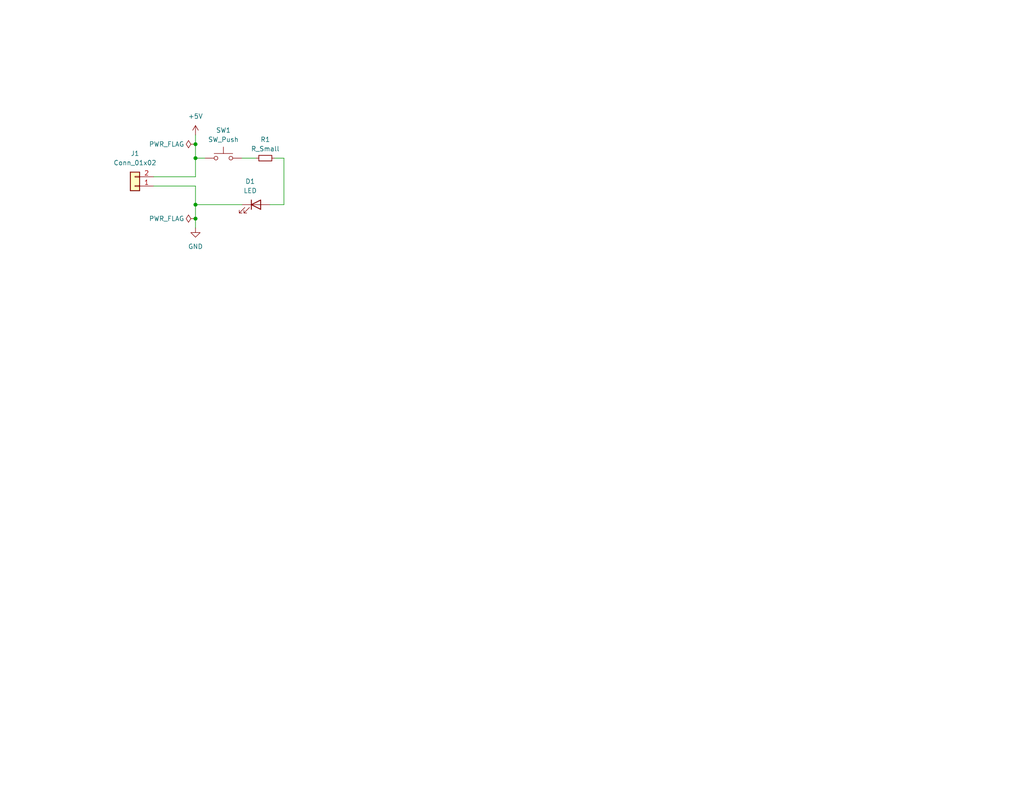
<source format=kicad_sch>
(kicad_sch (version 20231120) (generator "eeschema") (generator_version "8.0")
  (paper "USLetter")
  (title_block (title "Template") (date "2022-08-16") (rev "0.0") (company "Illini Solar Car") (comment 1 "Designed By: Skyler"))
  (lib_symbols
    (symbol "Connector_Generic:Conn_01x02" (pin_names (offset 1.016) hide)
      (property "Reference" "J" (at 0 2.54 0))
      (property "Value" "Conn_01x02" (at 0 -5.08 0))
      (symbol "Conn_01x02_1_1"
        (rectangle (start -1.27 -2.413) (end 0 -2.667) (stroke (width 0.1524)))
        (rectangle (start -1.27 0.127) (end 0 -0.127) (stroke (width 0.1524)))
        (rectangle (start -1.27 1.27) (end 1.27 -3.81) (stroke (width 0.254)) (fill (type background)))
        (pin passive line (at -5.08 0 0) (length 3.81) (name "Pin_1") (number "1"))
        (pin passive line (at -5.08 -2.54 0) (length 3.81) (name "Pin_2") (number "2"))
      )
    )
    (symbol "Switch:SW_Push" (pin_numbers hide) (pin_names (offset 1.016) hide)
      (property "Reference" "SW" (at 1.27 2.54 0))
      (property "Value" "SW_Push" (at 0 -1.524 0))
      (symbol "SW_Push_0_1"
        (circle (center -2.032 0) (radius 0.508))
        (polyline (pts (xy 0 1.27) (xy 0 3.048)))
        (polyline (pts (xy 2.54 1.27) (xy -2.54 1.27)))
        (circle (center 2.032 0) (radius 0.508))
        (pin passive line (at -5.08 0 0) (length 2.54) (name "1") (number "1"))
        (pin passive line (at 5.08 0 180) (length 2.54) (name "2") (number "2"))
      )
    )
    (symbol "device:LED" (pin_numbers hide) (pin_names (offset 1.016) hide)
      (property "Reference" "D" (at 0 2.54 0))
      (property "Value" "LED" (at 0 -2.54 0))
      (symbol "LED_0_1"
        (polyline (pts (xy -1.27 -1.27) (xy -1.27 1.27)) (stroke (width 0.254)))
        (polyline (pts (xy -1.27 0) (xy 1.27 0)))
        (polyline (pts (xy 1.27 -1.27) (xy 1.27 1.27) (xy -1.27 0) (xy 1.27 -1.27)) (stroke (width 0.254)))
        (polyline (pts (xy -3.048 -0.762) (xy -4.572 -2.286) (xy -3.81 -2.286) (xy -4.572 -2.286) (xy -4.572 -1.524)))
        (polyline (pts (xy -1.778 -0.762) (xy -3.302 -2.286) (xy -2.54 -2.286) (xy -3.302 -2.286) (xy -3.302 -1.524)))
      )
      (symbol "LED_1_1"
        (pin passive line (at -3.81 0 0) (length 2.54) (name "K") (number "1"))
        (pin passive line (at 3.81 0 180) (length 2.54) (name "A") (number "2"))
      )
    )
    (symbol "device:R_Small" (pin_numbers hide) (pin_names (offset 0.254) hide)
      (property "Reference" "R" (at 0.762 0.508 0))
      (property "Value" "R_Small" (at 0.762 -1.016 0))
      (symbol "R_Small_0_1"
        (rectangle (start -0.762 1.778) (end 0.762 -1.778) (stroke (width 0.2032)))
      )
      (symbol "R_Small_1_1"
        (pin passive line (at 0 2.54 270) (length 0.762) (name "~") (number "1"))
        (pin passive line (at 0 -2.54 90) (length 0.762) (name "~") (number "2"))
      )
    )
    (symbol "power:+5V" (power) (pin_names (offset 0))
      (property "Value" "+5V" (at 0 3.556 0))
      (symbol "+5V_0_1"
        (polyline (pts (xy -0.762 1.27) (xy 0 2.54)))
        (polyline (pts (xy 0 0) (xy 0 2.54)))
        (polyline (pts (xy 0 2.54) (xy 0.762 1.27)))
      )
      (symbol "+5V_1_1"
        (pin power_in line (at 0 0 90) (length 0) hide (name "+5V") (number "1"))
      )
    )
    (symbol "power:GND" (power) (pin_names (offset 0))
      (property "Value" "GND" (at 0 -3.81 0))
      (symbol "GND_0_1"
        (polyline (pts (xy 0 0) (xy 0 -1.27) (xy 1.27 -1.27) (xy 0 -2.54) (xy -1.27 -1.27) (xy 0 -1.27)))
      )
      (symbol "GND_1_1"
        (pin power_in line (at 0 0 270) (length 0) hide (name "GND") (number "1"))
      )
    )
    (symbol "power:PWR_FLAG" (power) (pin_numbers hide) (pin_names (offset 0) hide)
      (property "Value" "PWR_FLAG" (at 0 3.81 0))
      (symbol "PWR_FLAG_0_0"
        (pin power_out line (at 0 0 90) (length 0) (name "pwr") (number "1"))
      )
      (symbol "PWR_FLAG_0_1"
        (polyline (pts (xy 0 0) (xy 0 1.27) (xy -1.016 1.905) (xy 0 2.54) (xy 1.016 1.905) (xy 0 1.27)))
      )
    )
  )
  (junction (at 53.34 59.69))
  (junction (at 53.34 39.37))
  (junction (at 53.34 43.18))
  (junction (at 53.34 55.88))
  (wire (pts (xy 77.47 43.18) (xy 77.47 55.88)))
  (wire (pts (xy 41.91 50.8) (xy 53.34 50.8)))
  (wire (pts (xy 66.04 43.18) (xy 69.85 43.18)))
  (wire (pts (xy 53.34 55.88) (xy 53.34 59.69)))
  (wire (pts (xy 53.34 43.18) (xy 53.34 48.26)))
  (wire (pts (xy 53.34 50.8) (xy 53.34 55.88)))
  (wire (pts (xy 53.34 55.88) (xy 66.04 55.88)))
  (wire (pts (xy 77.47 55.88) (xy 73.66 55.88)))
  (wire (pts (xy 53.34 39.37) (xy 53.34 43.18)))
  (wire (pts (xy 53.34 62.23) (xy 53.34 59.69)))
  (wire (pts (xy 53.34 43.18) (xy 55.88 43.18)))
  (wire (pts (xy 74.93 43.18) (xy 77.47 43.18)))
  (wire (pts (xy 53.34 36.83) (xy 53.34 39.37)))
  (wire (pts (xy 41.91 48.26) (xy 53.34 48.26)))
  (symbol (lib_id "Switch:SW_Push") (at 60.96 43.18 0) (unit 1)
    (property "Reference" "SW1" (at 60.96 35.56 0))
    (property "Value" "SW_Push" (at 60.96 38.1 0))
    (property "Footprint" "Button_Switch_SMD:SW_DIP_SPSTx01_Slide_6.7x4.1mm_W8.61mm_P2.54mm_LowProfile" (effects (hide yes)))
    (property "Description" "Push button switch, generic, two pins" (effects (hide yes)))
  )
  (symbol (lib_id "device:R_Small") (at 72.39 43.18 90) (unit 1)
    (property "Reference" "R1" (at 72.39 38.1 90))
    (property "Value" "R_Small" (at 72.39 40.64 90))
    (property "Footprint" "Resistor_SMD:R_0603_1608Metric_Pad0.98x0.95mm_HandSolder" (effects (hide yes)))
    (property "Description" "Resistor, small symbol" (effects (hide yes)))
  )
  (symbol (lib_id "power:PWR_FLAG") (at 53.34 39.37 90) (unit 1)
    (property "Reference" "#FLG01" (effects (hide yes)))
    (property "Value" "PWR_FLAG" (at 50.292 39.37 90) (effects (justify left)))
    (property "Description" "Special symbol for telling ERC where power comes from" (effects (hide yes)))
  )
  (symbol (lib_id "power:GND") (at 53.34 62.23 0) (unit 1)
    (property "Reference" "#PWR02" (effects (hide yes)))
    (property "Value" "GND" (at 53.34 67.31 0))
    (property "Description" "Power symbol creates a global label with name \"GND\" , ground" (effects (hide yes)))
  )
  (symbol (lib_id "device:LED") (at 69.85 55.88 0) (unit 1)
    (property "Reference" "D1" (at 68.2625 49.53 0))
    (property "Value" "LED" (at 68.2625 52.07 0))
    (property "Footprint" "LED_SMD:LED_0201_0603Metric" (effects (hide yes)))
    (property "Description" "Light emitting diode" (effects (hide yes)))
  )
  (symbol (lib_id "Connector_Generic:Conn_01x02") (at 36.83 50.8 180) (unit 1)
    (property "Reference" "J1" (at 36.83 41.91 0))
    (property "Value" "Conn_01x02" (at 36.83 44.45 0))
    (property "Footprint" "Connector_Molex:Molex_KK-254_AE-6410-02A_1x02_P2.54mm_Vertical" (effects (hide yes)))
    (property "Description" "Generic connector, single row, 01x02, script generated (kicad-library-utils/schlib/autogen/connector/)" (effects (hide yes)))
  )
  (symbol (lib_id "power:+5V") (at 53.34 36.83 0) (unit 1)
    (property "Reference" "#PWR01" (effects (hide yes)))
    (property "Value" "+5V" (at 53.34 31.75 0))
    (property "Description" "Power symbol creates a global label with name \"+5V\"" (effects (hide yes)))
  )
  (symbol (lib_id "power:PWR_FLAG") (at 53.34 59.69 90) (unit 1)
    (property "Reference" "#FLG02" (effects (hide yes)))
    (property "Value" "PWR_FLAG" (at 50.292 59.69 90) (effects (justify left)))
    (property "Description" "Special symbol for telling ERC where power comes from" (effects (hide yes)))
  )
)
</source>
